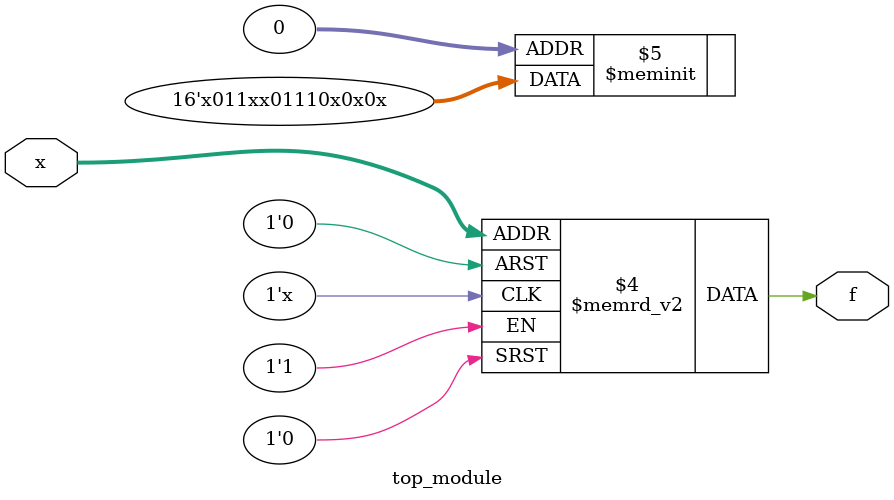
<source format=sv>
module top_module (
    input [4:1] x,
    output logic f
);

always_comb begin
    case ({x[4], x[3], x[2], x[1]})
        4'b0000: f = 1'bx;
        4'b0001: f = 1'b0;
        4'b0010: f = 1'bx;
        4'b0011: f = 1'b0;
        4'b0100: f = 1'bx;
        4'b0101: f = 1'b0;
        4'b0110: f = 1'b1;
        4'b0111: f = 1'b1;
        4'b1000: f = 1'b1;
        4'b1001: f = 1'b0;
        4'b1010: f = 1'bx;
        4'b1011: f = 1'bx;
        4'b1100: f = 1'b1;
        4'b1101: f = 1'b1;
        4'b1110: f = 1'b0;
        4'b1111: f = 1'bx;
    endcase
end

endmodule

</source>
